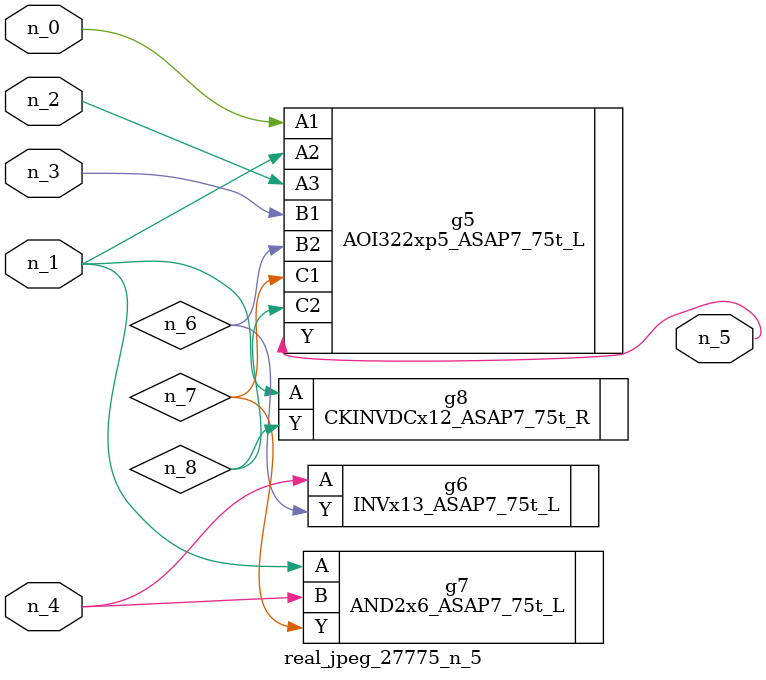
<source format=v>
module real_jpeg_27775_n_5 (n_4, n_0, n_1, n_2, n_3, n_5);

input n_4;
input n_0;
input n_1;
input n_2;
input n_3;

output n_5;

wire n_8;
wire n_6;
wire n_7;

AOI322xp5_ASAP7_75t_L g5 ( 
.A1(n_0),
.A2(n_1),
.A3(n_2),
.B1(n_3),
.B2(n_6),
.C1(n_7),
.C2(n_8),
.Y(n_5)
);

AND2x6_ASAP7_75t_L g7 ( 
.A(n_1),
.B(n_4),
.Y(n_7)
);

CKINVDCx12_ASAP7_75t_R g8 ( 
.A(n_1),
.Y(n_8)
);

INVx13_ASAP7_75t_L g6 ( 
.A(n_4),
.Y(n_6)
);


endmodule
</source>
